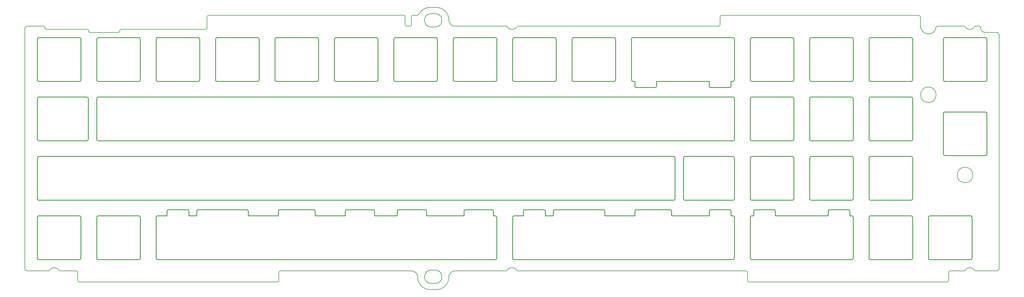
<source format=gm1>
G04 #@! TF.GenerationSoftware,KiCad,Pcbnew,8.0.4-1.fc39*
G04 #@! TF.CreationDate,2024-09-17T18:34:36-04:00*
G04 #@! TF.ProjectId,Q9-Chimera-Plate,51392d43-6869-46d6-9572-612d506c6174,rev?*
G04 #@! TF.SameCoordinates,Original*
G04 #@! TF.FileFunction,Profile,NP*
%FSLAX46Y46*%
G04 Gerber Fmt 4.6, Leading zero omitted, Abs format (unit mm)*
G04 Created by KiCad (PCBNEW 8.0.4-1.fc39) date 2024-09-17 18:34:36*
%MOMM*%
%LPD*%
G01*
G04 APERTURE LIST*
%ADD10C,0.250000*%
G04 #@! TA.AperFunction,Profile*
%ADD11C,0.250000*%
G04 #@! TD*
G04 #@! TA.AperFunction,Profile*
%ADD12C,0.200000*%
G04 #@! TD*
%ADD13C,0.200000*%
G04 APERTURE END LIST*
D10*
X285010826Y-92444424D02*
X284938439Y-92703692D01*
X284749155Y-92884076D01*
X284510826Y-92944424D01*
D11*
X264873862Y-117044437D02*
X264873862Y-115544437D01*
X214360570Y-59894432D02*
X227360570Y-59894432D01*
D12*
X63466826Y-56219437D02*
X58466826Y-56219437D01*
D11*
X176260834Y-131044437D02*
X100060830Y-131044437D01*
D12*
X139466826Y-134719437D02*
X181466828Y-134719437D01*
D11*
X276923843Y-73894432D02*
X276923844Y-75394432D01*
D12*
X180966826Y-56219437D02*
X179966826Y-56219437D01*
D11*
X176260834Y-131044437D02*
X208310834Y-131044437D01*
X150073852Y-115044437D02*
X139247852Y-115044044D01*
X61460575Y-111494437D02*
X61460575Y-98494437D01*
D12*
X138966826Y-137719437D02*
X138966826Y-135219437D01*
D13*
X195466826Y-56219424D02*
X195263090Y-56209048D01*
X195065068Y-56178603D01*
X194780989Y-56097552D01*
X194515532Y-55977114D01*
X194272157Y-55820751D01*
X194054326Y-55631924D01*
X193865498Y-55414092D01*
X193709135Y-55170717D01*
X193588697Y-54905260D01*
X193507646Y-54621181D01*
X193477201Y-54423159D01*
X193466826Y-54219424D01*
D10*
X283423844Y-75894432D02*
X283683112Y-75822045D01*
X283863496Y-75632761D01*
X283923844Y-75394432D01*
D13*
X347139907Y-58718251D02*
X346887208Y-58697287D01*
X346642942Y-58650762D01*
X346408195Y-58580103D01*
X346184053Y-58486740D01*
X345971601Y-58372100D01*
X345771926Y-58237614D01*
X345586114Y-58084711D01*
X345415250Y-57914818D01*
X345260421Y-57729364D01*
X345122713Y-57529780D01*
X345003211Y-57317493D01*
X344903002Y-57093933D01*
X344823172Y-56860527D01*
X344764806Y-56618706D01*
X344728990Y-56369899D01*
X344716812Y-56115533D01*
D10*
X94010567Y-59894432D02*
X94269835Y-59966818D01*
X94450219Y-60156102D01*
X94510567Y-60394432D01*
D13*
X185716826Y-54469437D02*
X185727201Y-54673172D01*
X185757646Y-54871194D01*
X185838697Y-55155273D01*
X185959135Y-55420730D01*
X186115498Y-55664105D01*
X186304326Y-55881937D01*
X186522157Y-56070764D01*
X186765532Y-56227127D01*
X187030989Y-56347565D01*
X187315068Y-56428616D01*
X187513090Y-56459061D01*
X187716826Y-56469437D01*
X189216826Y-134469424D02*
X189420561Y-134479799D01*
X189618583Y-134510244D01*
X189902662Y-134591295D01*
X190168119Y-134711733D01*
X190411494Y-134868096D01*
X190629326Y-135056924D01*
X190818153Y-135274755D01*
X190974516Y-135518130D01*
X191094954Y-135783587D01*
X191176005Y-136067666D01*
X191206450Y-136265688D01*
X191216826Y-136469424D01*
D10*
X260047844Y-73894433D02*
X260465006Y-73894432D01*
X260772984Y-73894432D01*
X261155125Y-73894432D01*
X261605248Y-73894432D01*
X262117173Y-73894432D01*
X262684719Y-73894432D01*
X263301706Y-73894432D01*
X263961955Y-73894432D01*
X264659285Y-73894432D01*
X265387515Y-73894432D01*
X266140467Y-73894432D01*
X266911959Y-73894432D01*
X267695811Y-73894432D01*
X268485843Y-73894432D01*
X269275876Y-73894432D01*
X270059728Y-73894432D01*
X270831220Y-73894432D01*
X271584171Y-73894432D01*
X272312402Y-73894432D01*
X273009732Y-73894432D01*
X273669980Y-73894432D01*
X274286968Y-73894432D01*
X274854514Y-73894432D01*
X275366438Y-73894432D01*
X275816561Y-73894432D01*
X276198702Y-73894432D01*
X276506681Y-73894432D01*
X276875431Y-73894432D01*
X276923843Y-73894432D01*
X365973080Y-73394432D02*
X365900693Y-73653700D01*
X365711409Y-73834084D01*
X365473080Y-73894432D01*
X61460826Y-79444437D02*
X61545523Y-79185168D01*
X61742499Y-79016823D01*
X61986045Y-78947018D01*
X62045862Y-78944437D01*
X328660580Y-92944432D02*
X328401311Y-92872045D01*
X328220927Y-92682761D01*
X328160580Y-92444432D01*
D12*
X358579502Y-56219440D02*
X350173981Y-56219450D01*
D11*
X243410736Y-117044043D02*
X253047723Y-117044437D01*
D10*
X309610575Y-73894432D02*
X309351306Y-73822045D01*
X309170922Y-73632761D01*
X309110575Y-73394432D01*
X156710575Y-60394432D02*
X156782961Y-60135163D01*
X156972245Y-59954779D01*
X157210575Y-59894432D01*
D11*
X160210575Y-115544044D02*
X160210575Y-117044043D01*
D10*
X94510567Y-73394432D02*
X94438180Y-73653700D01*
X94248896Y-73834084D01*
X94010567Y-73894432D01*
D11*
X157210575Y-59894432D02*
X170210575Y-59894432D01*
X169123852Y-115044044D02*
X160710575Y-115044044D01*
X341660580Y-131044442D02*
X328660580Y-131044442D01*
D12*
X193466826Y-54219424D02*
X193466826Y-54219420D01*
D10*
X328160580Y-60394432D02*
X328232966Y-60135163D01*
X328422250Y-59954779D01*
X328660580Y-59894432D01*
D11*
X113560569Y-60394432D02*
X113560569Y-73394432D01*
X150573852Y-117044437D02*
X150573852Y-115544437D01*
X365473080Y-97706932D02*
X352473080Y-97706932D01*
X61960575Y-97994437D02*
X265460575Y-97994437D01*
D10*
X361210560Y-130544442D02*
X361138173Y-130803710D01*
X360948889Y-130984094D01*
X360710560Y-131044442D01*
X309610555Y-111994432D02*
X309351286Y-111922045D01*
X309170902Y-111732761D01*
X309110555Y-111494432D01*
D13*
X361899012Y-56517557D02*
X361783126Y-56699323D01*
X361618029Y-56860553D01*
X361410027Y-56997044D01*
X361216973Y-57085597D01*
X361003727Y-57153472D01*
X360773519Y-57198516D01*
X360529578Y-57218577D01*
X360466826Y-57219437D01*
D10*
X74960572Y-59894432D02*
X75219840Y-59966818D01*
X75400224Y-60156102D01*
X75460572Y-60394432D01*
D12*
X289716826Y-138219437D02*
X353216826Y-138219437D01*
D11*
X284510701Y-117044437D02*
X283923720Y-117044437D01*
X304060570Y-79444432D02*
X304060570Y-92444432D01*
D10*
X75460834Y-130544437D02*
X75388447Y-130803705D01*
X75199163Y-130984089D01*
X74960834Y-131044437D01*
D11*
X226885744Y-115544044D02*
X226885743Y-117044044D01*
X309610570Y-78944432D02*
X322610570Y-78944432D01*
X352473080Y-83706932D02*
X365473080Y-83706932D01*
X175760570Y-73394432D02*
X175760570Y-60394432D01*
X322023580Y-117044044D02*
X322023580Y-115544044D01*
X304060555Y-98494432D02*
X304060555Y-111494432D01*
D12*
X68854151Y-134719437D02*
X73966828Y-134719437D01*
D13*
X368966826Y-134719437D02*
X369168360Y-134699120D01*
X369400367Y-134620826D01*
X369602918Y-134491085D01*
X369768161Y-134317753D01*
X369888241Y-134108682D01*
X369955303Y-133871727D01*
X369966826Y-133719437D01*
D10*
X208810834Y-117544437D02*
X208738447Y-117285168D01*
X208549163Y-117104784D01*
X208310834Y-117044437D01*
X80510829Y-117544437D02*
X80583215Y-117285168D01*
X80772499Y-117104784D01*
X81010829Y-117044437D01*
D13*
X212284591Y-56517507D02*
X212156466Y-56344455D01*
X211973724Y-56240813D01*
X211831220Y-56219437D01*
D11*
X160210575Y-117044043D02*
X150573852Y-117044437D01*
X322610570Y-92944432D02*
X309610570Y-92944432D01*
D12*
X354216826Y-134719437D02*
X358579503Y-134719435D01*
D10*
X268629819Y-98494432D02*
X268714516Y-98235163D01*
X268911492Y-98066818D01*
X269155038Y-97997013D01*
X269214855Y-97994432D01*
X283923721Y-115544437D02*
X283851334Y-115285168D01*
X283662050Y-115104784D01*
X283423721Y-115044437D01*
D12*
X363966826Y-56719439D02*
X363966826Y-56719437D01*
D10*
X290060570Y-60394432D02*
X290132956Y-60135163D01*
X290322240Y-59954779D01*
X290560570Y-59894432D01*
X309110575Y-60394432D02*
X309182961Y-60135163D01*
X309372245Y-59954779D01*
X309610575Y-59894432D01*
D11*
X94010829Y-131044437D02*
X81010829Y-131044437D01*
D10*
X290560570Y-73894432D02*
X290301301Y-73822045D01*
X290120917Y-73632761D01*
X290060570Y-73394432D01*
X208310834Y-131044437D02*
X208570102Y-130972050D01*
X208750486Y-130782766D01*
X208810834Y-130544437D01*
D11*
X360710560Y-131044442D02*
X347710560Y-131044442D01*
X284510826Y-92944424D02*
X81010826Y-92944424D01*
D10*
X342160565Y-111494432D02*
X342088178Y-111753700D01*
X341898894Y-111934084D01*
X341660565Y-111994432D01*
X342160580Y-73394432D02*
X342088193Y-73653700D01*
X341898909Y-73834084D01*
X341660580Y-73894432D01*
D11*
X341660580Y-92944432D02*
X328660580Y-92944432D01*
D10*
X284510824Y-73894432D02*
X284770092Y-73822045D01*
X284950476Y-73632761D01*
X285010824Y-73394432D01*
D11*
X285010819Y-98494432D02*
X285010819Y-111494432D01*
D10*
X81010826Y-92944424D02*
X80751557Y-92872037D01*
X80571173Y-92682753D01*
X80510826Y-92444424D01*
D12*
X87966826Y-57719437D02*
X87966826Y-57719438D01*
D10*
X347210560Y-117544442D02*
X347282946Y-117285173D01*
X347472230Y-117104789D01*
X347710560Y-117044442D01*
X351973080Y-84206932D02*
X352045466Y-83947663D01*
X352234750Y-83767279D01*
X352473080Y-83706932D01*
D12*
X344104454Y-52719437D02*
X281079199Y-52719437D01*
D10*
X160710575Y-115044044D02*
X160451306Y-115116430D01*
X160270922Y-115305714D01*
X160210575Y-115544044D01*
X309110570Y-79444432D02*
X309182956Y-79185163D01*
X309372240Y-79004779D01*
X309610570Y-78944432D01*
D11*
X246910580Y-60394432D02*
X246910580Y-73394432D01*
X260047844Y-75394432D02*
X260047844Y-73894433D01*
D13*
X181466828Y-134719437D02*
X181670563Y-134729812D01*
X181868585Y-134760257D01*
X182152664Y-134841308D01*
X182418121Y-134961746D01*
X182661495Y-135118109D01*
X182879326Y-135306936D01*
X183068153Y-135524768D01*
X183224516Y-135768142D01*
X183344954Y-136033599D01*
X183426005Y-136317677D01*
X183456450Y-136515700D01*
X183466826Y-136719435D01*
D12*
X179466826Y-55719437D02*
X179466826Y-53219437D01*
D13*
X281079199Y-52719437D02*
X280869205Y-52756752D01*
X280690253Y-52859725D01*
X280555806Y-53014893D01*
X280479324Y-53208797D01*
X280466826Y-53331810D01*
D10*
X322610575Y-59894432D02*
X322869843Y-59966818D01*
X323050227Y-60156102D01*
X323110575Y-60394432D01*
X99560569Y-60394432D02*
X99632955Y-60135163D01*
X99822239Y-59954779D01*
X100060569Y-59894432D01*
X61960834Y-131044437D02*
X61701565Y-130972050D01*
X61521181Y-130782766D01*
X61460834Y-130544437D01*
X251960824Y-73394432D02*
X252033210Y-73653700D01*
X252222494Y-73834084D01*
X252460824Y-73894432D01*
D12*
X279854454Y-56219437D02*
X215604152Y-56219439D01*
X191216826Y-136469424D02*
X191216826Y-136719424D01*
D11*
X284510824Y-59894432D02*
X252460824Y-59894432D01*
X276923721Y-115544437D02*
X276923720Y-117044437D01*
X283923844Y-75394432D02*
X283923844Y-73894432D01*
D13*
X193466826Y-54219420D02*
X193461595Y-54014384D01*
X193446074Y-53811949D01*
X193420518Y-53612371D01*
X193340330Y-53222808D01*
X193223082Y-52847747D01*
X193070824Y-52489239D01*
X192885607Y-52149335D01*
X192669481Y-51830085D01*
X192424499Y-51533540D01*
X192152709Y-51261750D01*
X191856164Y-51016768D01*
X191536914Y-50800642D01*
X191197010Y-50615425D01*
X190838502Y-50463167D01*
X190463441Y-50345919D01*
X190073878Y-50265731D01*
X189874300Y-50240175D01*
X189671865Y-50224654D01*
X189466830Y-50219424D01*
D11*
X242910736Y-115044044D02*
X227385744Y-115044044D01*
X309610555Y-97994432D02*
X322610555Y-97994432D01*
X285010826Y-79444424D02*
X285010826Y-92444424D01*
D13*
X213716826Y-133719437D02*
X213963704Y-133732916D01*
X214197657Y-133771920D01*
X214415454Y-133834294D01*
X214613865Y-133917885D01*
X214789661Y-134020541D01*
X214972682Y-134172389D01*
X215109011Y-134346456D01*
X215149057Y-134421362D01*
D11*
X156710575Y-73394432D02*
X156710575Y-60394432D01*
D10*
X298147580Y-115544044D02*
X298075193Y-115284775D01*
X297885909Y-115104391D01*
X297647580Y-115044044D01*
D11*
X341660565Y-111994432D02*
X328660565Y-111994432D01*
X328660580Y-117044442D02*
X341660580Y-117044442D01*
D13*
X181466826Y-55719437D02*
X181417325Y-55935709D01*
X181284398Y-56104892D01*
X181091402Y-56203625D01*
X180966826Y-56219437D01*
D11*
X99560830Y-130544437D02*
X99560830Y-117544437D01*
X290560555Y-97994432D02*
X303560555Y-97994432D01*
D10*
X94510829Y-130544437D02*
X94438442Y-130803705D01*
X94249158Y-130984089D01*
X94010829Y-131044437D01*
D11*
X298147580Y-117044043D02*
X298147580Y-115544044D01*
D10*
X61960575Y-111994437D02*
X61701306Y-111922050D01*
X61520922Y-111732766D01*
X61460575Y-111494437D01*
X214360570Y-73894432D02*
X214101301Y-73822045D01*
X213920917Y-73632761D01*
X213860570Y-73394432D01*
D11*
X75460572Y-60394432D02*
X75460572Y-73394432D01*
D10*
X365473080Y-83706932D02*
X365732348Y-83779318D01*
X365912732Y-83968602D01*
X365973080Y-84206932D01*
D13*
X138466826Y-138219437D02*
X138683098Y-138169936D01*
X138852281Y-138037009D01*
X138951014Y-137844013D01*
X138966826Y-137719437D01*
D10*
X189260570Y-59894432D02*
X189519838Y-59966818D01*
X189700222Y-60156102D01*
X189760570Y-60394432D01*
D11*
X323110575Y-60394432D02*
X323110575Y-73394432D01*
X80510567Y-73394432D02*
X80510567Y-60394432D01*
X328660565Y-97994432D02*
X341660565Y-97994432D01*
D10*
X322610555Y-97994432D02*
X322869823Y-98066818D01*
X323050207Y-98256102D01*
X323110555Y-98494432D01*
X227360570Y-59894432D02*
X227619838Y-59966818D01*
X227800222Y-60156102D01*
X227860570Y-60394432D01*
X246410580Y-59894432D02*
X246669848Y-59966818D01*
X246850232Y-60156102D01*
X246910580Y-60394432D01*
D11*
X352473080Y-59894432D02*
X365473080Y-59894432D01*
D13*
X211829502Y-134719437D02*
X212038324Y-134672370D01*
X212205941Y-134543531D01*
X212284591Y-134421368D01*
D10*
X113060569Y-59894432D02*
X113319837Y-59966818D01*
X113500221Y-60156102D01*
X113560569Y-60394432D01*
D11*
X283923844Y-73894432D02*
X284510824Y-73894432D01*
D10*
X259547844Y-75894432D02*
X259807112Y-75822045D01*
X259987496Y-75632761D01*
X260047844Y-75394432D01*
D11*
X323110555Y-98494432D02*
X323110555Y-111494432D01*
D10*
X170710575Y-73394432D02*
X170638188Y-73653700D01*
X170448904Y-73834084D01*
X170210575Y-73894432D01*
D13*
X138966826Y-135219437D02*
X139016326Y-135003164D01*
X139149253Y-134833981D01*
X139342249Y-134735248D01*
X139466826Y-134719437D01*
D10*
X151160565Y-59894432D02*
X151419833Y-59966818D01*
X151600217Y-60156102D01*
X151660565Y-60394432D01*
D12*
X115966826Y-56719437D02*
X115966826Y-56719438D01*
D10*
X290060570Y-79444432D02*
X290132956Y-79185163D01*
X290322240Y-79004779D01*
X290560570Y-78944432D01*
D11*
X103060848Y-115544044D02*
X103060847Y-117044044D01*
X232910580Y-73394432D02*
X232910580Y-60394432D01*
D13*
X215604152Y-56219439D02*
X215395313Y-56266512D01*
X215227685Y-56395365D01*
X215149029Y-56517540D01*
D11*
X217860832Y-115044437D02*
X223860832Y-115044437D01*
D10*
X94010829Y-117044437D02*
X94270097Y-117116823D01*
X94450481Y-117306107D01*
X94510829Y-117544437D01*
X213860570Y-60394432D02*
X213932956Y-60135163D01*
X214122240Y-59954779D01*
X214360570Y-59894432D01*
D11*
X351973080Y-97206932D02*
X351973080Y-84206932D01*
D13*
X57466826Y-133719437D02*
X57487142Y-133920971D01*
X57565436Y-134152978D01*
X57695177Y-134355529D01*
X57868510Y-134520772D01*
X58077581Y-134640852D01*
X58314536Y-134707914D01*
X58466826Y-134719437D01*
D11*
X213860832Y-130544437D02*
X213860832Y-117544437D01*
D10*
X208310570Y-59894432D02*
X208569838Y-59966818D01*
X208750222Y-60156102D01*
X208810570Y-60394432D01*
X284425784Y-97994432D02*
X284679420Y-98043737D01*
X284894593Y-98195274D01*
X285007798Y-98443309D01*
X285010819Y-98494432D01*
D12*
X280466826Y-53331810D02*
X280466826Y-55607065D01*
X369966826Y-133719437D02*
X369966826Y-59219437D01*
D13*
X187716826Y-52219437D02*
X187513090Y-52229812D01*
X187315068Y-52260257D01*
X187030989Y-52341308D01*
X186765532Y-52461746D01*
X186522157Y-52618109D01*
X186304326Y-52806937D01*
X186115498Y-53024768D01*
X185959135Y-53268143D01*
X185838697Y-53533600D01*
X185757646Y-53817679D01*
X185727201Y-54015701D01*
X185716826Y-54219437D01*
D11*
X214360832Y-117044437D02*
X217360832Y-117044437D01*
X341660580Y-73894432D02*
X328660580Y-73894432D01*
D10*
X341660580Y-78944432D02*
X341919848Y-79016818D01*
X342100232Y-79206102D01*
X342160580Y-79444432D01*
X304060570Y-92444432D02*
X303988183Y-92703700D01*
X303798899Y-92884084D01*
X303560570Y-92944432D01*
D13*
X65534608Y-134421351D02*
X65650494Y-134239577D01*
X65815594Y-134078339D01*
X66023600Y-133941842D01*
X66216659Y-133853284D01*
X66429910Y-133785405D01*
X66660124Y-133740358D01*
X66904071Y-133720296D01*
X66966826Y-133719437D01*
X63966826Y-56719437D02*
X63917325Y-56503164D01*
X63784398Y-56333981D01*
X63591402Y-56235248D01*
X63466826Y-56219437D01*
D10*
X186260834Y-115544437D02*
X186188447Y-115285168D01*
X185999163Y-115104784D01*
X185760834Y-115044437D01*
D11*
X74960834Y-131044437D02*
X61960834Y-131044437D01*
D13*
X65079502Y-134719437D02*
X65288332Y-134672366D01*
X65455955Y-134543520D01*
X65534608Y-134421351D01*
D10*
X61960572Y-73894432D02*
X61701303Y-73822045D01*
X61520919Y-73632761D01*
X61460572Y-73394432D01*
D11*
X309110570Y-92444432D02*
X309110570Y-79444432D01*
D10*
X75460572Y-73394432D02*
X75388185Y-73653700D01*
X75198901Y-73834084D01*
X74960572Y-73894432D01*
X150573852Y-115544437D02*
X150501465Y-115285168D01*
X150312181Y-115104784D01*
X150073852Y-115044437D01*
D12*
X74466826Y-135219436D02*
X74466826Y-137719437D01*
X115966826Y-53219437D02*
X115966826Y-56719437D01*
D10*
X290560555Y-111994432D02*
X290301286Y-111922045D01*
X290120902Y-111732761D01*
X290060555Y-111494432D01*
X253547721Y-115044437D02*
X253288452Y-115116823D01*
X253108068Y-115306107D01*
X253047721Y-115544437D01*
D12*
X185716826Y-136719424D02*
X185716826Y-136469424D01*
D11*
X224360832Y-115544437D02*
X224360832Y-117044437D01*
X290060555Y-111494432D02*
X290060555Y-98494432D01*
D13*
X215149029Y-56517540D02*
X215033143Y-56699310D01*
X214868044Y-56860544D01*
X214660040Y-56997038D01*
X214466984Y-57085593D01*
X214253735Y-57153470D01*
X214023524Y-57198516D01*
X213779579Y-57218577D01*
X213716826Y-57219437D01*
D11*
X224360832Y-117044437D02*
X226885743Y-117044044D01*
X151660565Y-60394432D02*
X151660565Y-73394432D01*
D10*
X323110560Y-117544044D02*
X323038173Y-117284775D01*
X322848889Y-117104391D01*
X322610560Y-117044044D01*
D13*
X365466824Y-58219437D02*
X365239180Y-58202071D01*
X365022043Y-58151706D01*
X364818007Y-58070936D01*
X364629667Y-57962357D01*
X364459619Y-57828564D01*
X364310459Y-57672153D01*
X364184783Y-57495720D01*
X364085185Y-57301860D01*
X364014261Y-57093168D01*
X363974607Y-56872240D01*
X363966826Y-56719439D01*
D10*
X365973080Y-97206932D02*
X365900693Y-97466200D01*
X365711409Y-97646584D01*
X365473080Y-97706932D01*
X61460834Y-117544437D02*
X61533220Y-117285168D01*
X61722504Y-117104784D01*
X61960834Y-117044437D01*
X177347854Y-115044437D02*
X177088585Y-115116823D01*
X176908201Y-115306107D01*
X176847854Y-115544437D01*
D13*
X187716826Y-138719424D02*
X187513090Y-138709048D01*
X187315068Y-138678603D01*
X187030989Y-138597552D01*
X186765532Y-138477114D01*
X186522157Y-138320751D01*
X186304326Y-138131924D01*
X186115498Y-137914092D01*
X185959135Y-137670717D01*
X185838697Y-137405260D01*
X185757646Y-137121181D01*
X185727201Y-136923159D01*
X185716826Y-136719424D01*
D10*
X175760570Y-60394432D02*
X175832956Y-60135163D01*
X176022240Y-59954779D01*
X176260570Y-59894432D01*
D11*
X253547844Y-75894432D02*
X259547844Y-75894432D01*
X170210575Y-73894432D02*
X157210575Y-73894432D01*
D13*
X189216826Y-56469437D02*
X189420561Y-56459061D01*
X189618583Y-56428616D01*
X189902662Y-56347565D01*
X190168119Y-56227127D01*
X190411494Y-56070764D01*
X190629326Y-55881937D01*
X190818153Y-55664105D01*
X190974516Y-55420730D01*
X191094954Y-55155273D01*
X191176005Y-54871194D01*
X191206450Y-54673172D01*
X191216826Y-54469437D01*
D11*
X290060570Y-92444432D02*
X290060570Y-79444432D01*
D13*
X280466826Y-55607065D02*
X280429510Y-55817058D01*
X280326538Y-55996009D01*
X280171369Y-56130456D01*
X279977466Y-56206938D01*
X279854454Y-56219437D01*
D10*
X322023580Y-115544044D02*
X321951193Y-115284775D01*
X321761909Y-115104391D01*
X321523580Y-115044044D01*
D13*
X360466826Y-133719437D02*
X360713694Y-133732915D01*
X360947637Y-133771915D01*
X361165425Y-133834284D01*
X361363829Y-133917869D01*
X361539618Y-134020517D01*
X361722634Y-134172355D01*
X361858961Y-134346411D01*
X361899006Y-134421313D01*
D11*
X61960834Y-117044437D02*
X74960834Y-117044437D01*
D13*
X88466825Y-57219437D02*
X88250552Y-57268937D01*
X88081370Y-57401864D01*
X87982637Y-57594860D01*
X87966826Y-57719437D01*
D10*
X232910580Y-60394432D02*
X232982966Y-60135163D01*
X233172250Y-59954779D01*
X233410580Y-59894432D01*
X227385744Y-115044044D02*
X227126475Y-115116430D01*
X226946091Y-115305714D01*
X226885744Y-115544044D01*
X227860570Y-73394432D02*
X227788183Y-73653700D01*
X227598899Y-73834084D01*
X227360570Y-73894432D01*
X285010819Y-111494432D02*
X284926121Y-111753700D01*
X284729145Y-111922045D01*
X284485600Y-111991850D01*
X284425784Y-111994432D01*
X74960834Y-117044437D02*
X75220102Y-117116823D01*
X75400486Y-117306107D01*
X75460834Y-117544437D01*
D11*
X365473080Y-73894432D02*
X352473080Y-73894432D01*
D12*
X183429441Y-52719106D02*
X181966717Y-52719435D01*
D10*
X328660565Y-111994432D02*
X328401296Y-111922045D01*
X328220912Y-111732761D01*
X328160565Y-111494432D01*
X128610832Y-115044044D02*
X128870100Y-115116430D01*
X129050484Y-115305714D01*
X129110832Y-115544044D01*
D13*
X369966826Y-59219437D02*
X369946415Y-59018558D01*
X369867825Y-58786891D01*
X369737736Y-58584292D01*
X369564160Y-58418773D01*
X369355107Y-58298343D01*
X369118588Y-58231013D01*
X368966826Y-58219437D01*
D11*
X109560848Y-115044044D02*
X103560848Y-115044044D01*
D12*
X183466826Y-136719435D02*
X183466826Y-136719441D01*
D11*
X342160565Y-98494432D02*
X342160565Y-111494432D01*
D10*
X253047844Y-75394432D02*
X253120230Y-75653700D01*
X253309514Y-75834084D01*
X253547844Y-75894432D01*
D11*
X61460834Y-130544437D02*
X61460834Y-117544437D01*
X246410580Y-73894432D02*
X233410580Y-73894432D01*
X189260570Y-73894432D02*
X176260570Y-73894432D01*
X129110832Y-117044435D02*
X138160832Y-117044044D01*
X176260570Y-59894432D02*
X189260570Y-59894432D01*
D13*
X187466822Y-50219424D02*
X187175748Y-50229984D01*
X186890162Y-50261174D01*
X186610803Y-50312253D01*
X186338411Y-50382482D01*
X186073724Y-50471123D01*
X185817482Y-50577436D01*
X185570425Y-50700681D01*
X185333292Y-50840120D01*
X185106822Y-50995014D01*
X184891755Y-51164622D01*
X184688829Y-51348207D01*
X184498784Y-51545028D01*
X184322360Y-51754347D01*
X184160296Y-51975424D01*
X184013331Y-52207521D01*
X183882205Y-52449898D01*
X181966717Y-52719435D02*
X181750491Y-52768972D01*
X181581345Y-52901909D01*
X181482634Y-53094884D01*
X181466826Y-53219437D01*
D12*
X353716826Y-137719437D02*
X353716826Y-135219437D01*
D11*
X100060569Y-59894432D02*
X113060569Y-59894432D01*
D10*
X309110555Y-98494432D02*
X309182941Y-98235163D01*
X309372225Y-98054779D01*
X309610555Y-97994432D01*
X290060555Y-98494432D02*
X290132941Y-98235163D01*
X290322225Y-98054779D01*
X290560555Y-97994432D01*
D12*
X187716826Y-134469424D02*
X189216826Y-134469424D01*
D11*
X322610575Y-73894432D02*
X309610575Y-73894432D01*
D10*
X269214855Y-111994432D02*
X268961217Y-111945126D01*
X268746045Y-111793590D01*
X268632839Y-111545554D01*
X268629819Y-111494432D01*
D13*
X115966826Y-56719438D02*
X115917325Y-56935710D01*
X115784398Y-57104892D01*
X115591402Y-57203625D01*
X115466826Y-57219437D01*
D12*
X87466826Y-58219437D02*
X78466825Y-58219437D01*
D13*
X288716826Y-134719437D02*
X288933098Y-134768937D01*
X289102281Y-134901865D01*
X289201014Y-135094861D01*
X289216826Y-135219438D01*
D10*
X276923844Y-75394432D02*
X276996230Y-75653700D01*
X277185514Y-75834084D01*
X277423844Y-75894432D01*
D11*
X342160580Y-79444432D02*
X342160580Y-92444432D01*
D12*
X363466827Y-56219438D02*
X362354151Y-56219439D01*
D11*
X290060570Y-73394432D02*
X290060570Y-60394432D01*
X198310767Y-117044044D02*
X186260834Y-117044437D01*
D10*
X103560848Y-115044044D02*
X103301579Y-115116430D01*
X103121195Y-115305714D01*
X103060848Y-115544044D01*
X252460824Y-59894432D02*
X252201555Y-59966818D01*
X252021171Y-60156102D01*
X251960824Y-60394432D01*
D11*
X120197852Y-115044437D02*
X128610832Y-115044044D01*
X120197852Y-115044437D02*
X113085840Y-115044044D01*
D10*
X118610570Y-60394432D02*
X118682956Y-60135163D01*
X118872240Y-59954779D01*
X119110570Y-59894432D01*
X170210575Y-59894432D02*
X170469843Y-59966818D01*
X170650227Y-60156102D01*
X170710575Y-60394432D01*
X246910580Y-73394432D02*
X246838193Y-73653700D01*
X246648909Y-73834084D01*
X246410580Y-73894432D01*
X323110575Y-73394432D02*
X323038188Y-73653700D01*
X322848904Y-73834084D01*
X322610575Y-73894432D01*
X291647580Y-115044044D02*
X291388311Y-115116430D01*
X291207927Y-115305714D01*
X291147580Y-115544044D01*
D13*
X193466826Y-136719437D02*
X193477201Y-136515701D01*
X193507646Y-136317679D01*
X193588697Y-136033600D01*
X193709135Y-135768143D01*
X193865498Y-135524768D01*
X194054326Y-135306937D01*
X194272157Y-135118109D01*
X194515532Y-134961746D01*
X194780989Y-134841308D01*
X195065068Y-134760257D01*
X195263090Y-134729812D01*
X195466826Y-134719437D01*
D11*
X323110570Y-79444432D02*
X323110570Y-92444432D01*
X176847856Y-117044437D02*
X176260834Y-117044437D01*
D10*
X208810570Y-73394432D02*
X208738183Y-73653700D01*
X208548899Y-73834084D01*
X208310570Y-73894432D01*
X61460575Y-98494437D02*
X61532961Y-98235168D01*
X61722245Y-98054784D01*
X61960575Y-97994437D01*
D13*
X179466826Y-53219437D02*
X179417325Y-53003164D01*
X179284398Y-52833981D01*
X179091402Y-52735248D01*
X178966826Y-52719437D01*
D11*
X351973080Y-73394432D02*
X351973080Y-60394432D01*
X290060560Y-117544044D02*
X290060560Y-130544044D01*
D12*
X349716826Y-78219437D02*
G75*
G02*
X344716826Y-78219437I-2500000J0D01*
G01*
X344716826Y-78219437D02*
G75*
G02*
X349716826Y-78219437I2500000J0D01*
G01*
D10*
X80510567Y-60394432D02*
X80582953Y-60135163D01*
X80772237Y-59954779D01*
X81010567Y-59894432D01*
X157210575Y-73894432D02*
X156951306Y-73822045D01*
X156770922Y-73632761D01*
X156710575Y-73394432D01*
X151660565Y-73394432D02*
X151588178Y-73653700D01*
X151398894Y-73834084D01*
X151160565Y-73894432D01*
X341660565Y-97994432D02*
X341919833Y-98066818D01*
X342100217Y-98256102D01*
X342160565Y-98494432D01*
X223860832Y-115044437D02*
X224120100Y-115116823D01*
X224300484Y-115306107D01*
X224360832Y-115544437D01*
D11*
X304060570Y-60394432D02*
X304060570Y-73394432D01*
D13*
X87966826Y-57719438D02*
X87917325Y-57935710D01*
X87784398Y-58104892D01*
X87591402Y-58203625D01*
X87466826Y-58219437D01*
D10*
X100060569Y-73894432D02*
X99801300Y-73822045D01*
X99620916Y-73632761D01*
X99560569Y-73394432D01*
D11*
X309110555Y-111494432D02*
X309110555Y-98494432D01*
X322610555Y-111994432D02*
X309610555Y-111994432D01*
D10*
X322610570Y-78944432D02*
X322869838Y-79016818D01*
X323050222Y-79206102D01*
X323110570Y-79444432D01*
X100060830Y-131044437D02*
X99801561Y-130972050D01*
X99621177Y-130782766D01*
X99560830Y-130544437D01*
D13*
X78466825Y-58219437D02*
X78250552Y-58169936D01*
X78081370Y-58037009D01*
X77982637Y-57844014D01*
X77966826Y-57719438D01*
D11*
X233410580Y-59894432D02*
X246410580Y-59894432D01*
D10*
X139247852Y-115044044D02*
X138988583Y-115116430D01*
X138808199Y-115305714D01*
X138747852Y-115544044D01*
D11*
X137660565Y-73394432D02*
X137660565Y-60394432D01*
D10*
X322610560Y-131044044D02*
X322869828Y-130971657D01*
X323050212Y-130782373D01*
X323110560Y-130544044D01*
X341660580Y-59894432D02*
X341919848Y-59966818D01*
X342100232Y-60156102D01*
X342160580Y-60394432D01*
D11*
X276923720Y-117044437D02*
X264873862Y-117044437D01*
D10*
X243410736Y-115544044D02*
X243338349Y-115284775D01*
X243149065Y-115104391D01*
X242910736Y-115044044D01*
D11*
X61460826Y-92444437D02*
X61460826Y-79444437D01*
X309110575Y-73394432D02*
X309110575Y-60394432D01*
D12*
X189216826Y-138719424D02*
X187716826Y-138719424D01*
D10*
X351973080Y-60394432D02*
X352045466Y-60135163D01*
X352234750Y-59954779D01*
X352473080Y-59894432D01*
D11*
X208810834Y-130544437D02*
X208810834Y-117544437D01*
X283423721Y-115044437D02*
X277423721Y-115044437D01*
X328160580Y-92444432D02*
X328160580Y-79444432D01*
X110060847Y-117044044D02*
X112585839Y-117044044D01*
D12*
X195466826Y-134719437D02*
X211829502Y-134719437D01*
D11*
X252460824Y-73894432D02*
X253047846Y-73894432D01*
X207223854Y-115044437D02*
X198810768Y-115044044D01*
X322610560Y-117044044D02*
X322023580Y-117044044D01*
X77841826Y-79444437D02*
X77841826Y-92444437D01*
D10*
X284510701Y-131044437D02*
X284769969Y-130972050D01*
X284950353Y-130782766D01*
X285010701Y-130544437D01*
X328160580Y-79444432D02*
X328232966Y-79185163D01*
X328422250Y-79004779D01*
X328660580Y-78944432D01*
X360710560Y-117044442D02*
X360969828Y-117116828D01*
X361150212Y-117306112D01*
X361210560Y-117544442D01*
X195310570Y-73894432D02*
X195051301Y-73822045D01*
X194870917Y-73632761D01*
X194810570Y-73394432D01*
D13*
X179966826Y-56219437D02*
X179750553Y-56169936D01*
X179581370Y-56037009D01*
X179482637Y-55844013D01*
X179466826Y-55719437D01*
D10*
X323110555Y-111494432D02*
X323038168Y-111753700D01*
X322848884Y-111934084D01*
X322610555Y-111994432D01*
D11*
X62045862Y-78944437D02*
X77256791Y-78944437D01*
D12*
X368966826Y-58219437D02*
X365466824Y-58219437D01*
D11*
X207723854Y-117044437D02*
X207723854Y-115544437D01*
D13*
X361899006Y-134421313D02*
X362027691Y-134594391D01*
X362211359Y-134698053D01*
X362354151Y-134719435D01*
D11*
X328660580Y-78944432D02*
X341660580Y-78944432D01*
D10*
X113560569Y-73394432D02*
X113488182Y-73653700D01*
X113298898Y-73834084D01*
X113060569Y-73894432D01*
D11*
X170710575Y-60394432D02*
X170710575Y-73394432D01*
D12*
X193466826Y-136719443D02*
X193466826Y-136719437D01*
D11*
X75460834Y-117544437D02*
X75460834Y-130544437D01*
D10*
X110060848Y-115544044D02*
X109988461Y-115284775D01*
X109799177Y-115104391D01*
X109560848Y-115044044D01*
X285010824Y-60394432D02*
X284938437Y-60135163D01*
X284749153Y-59954779D01*
X284510824Y-59894432D01*
D11*
X118610570Y-73394432D02*
X118610570Y-60394432D01*
D12*
X187466822Y-140719437D02*
X189466833Y-140719437D01*
D11*
X185760834Y-115044437D02*
X177347854Y-115044437D01*
X268629819Y-111494432D02*
X268629819Y-98494432D01*
X365973080Y-84206932D02*
X365973080Y-97206932D01*
X151160565Y-73894432D02*
X138160565Y-73894432D01*
X315023580Y-115544044D02*
X315023580Y-117044044D01*
D10*
X303560570Y-78944432D02*
X303819838Y-79016818D01*
X304000222Y-79206102D01*
X304060570Y-79444432D01*
X265960575Y-111494437D02*
X265888188Y-111753705D01*
X265698904Y-111934089D01*
X265460575Y-111994437D01*
X214360832Y-131044437D02*
X214101563Y-130972050D01*
X213921179Y-130782766D01*
X213860832Y-130544437D01*
X253047721Y-115544437D02*
X253047721Y-115833652D01*
X253047721Y-116085971D01*
X253047721Y-116364657D01*
X253047721Y-116634555D01*
X253047722Y-116906009D01*
X253047723Y-117044437D01*
D11*
X277423844Y-75894432D02*
X283423844Y-75894432D01*
D10*
X198810768Y-115044044D02*
X198551499Y-115116430D01*
X198371115Y-115305714D01*
X198310768Y-115544044D01*
D13*
X116466826Y-52719437D02*
X116250553Y-52768937D01*
X116081371Y-52901864D01*
X115982638Y-53094860D01*
X115966826Y-53219437D01*
D10*
X284510826Y-78944424D02*
X284770094Y-79016810D01*
X284950478Y-79206094D01*
X285010826Y-79444424D01*
D11*
X315023580Y-117044044D02*
X298147580Y-117044043D01*
X283923720Y-117044437D02*
X283923721Y-115544437D01*
D13*
X211831220Y-56219437D02*
X211563897Y-56219436D01*
X211234659Y-56219436D01*
X210848123Y-56219436D01*
X210408906Y-56219436D01*
X209921625Y-56219436D01*
X209390896Y-56219436D01*
X208821337Y-56219436D01*
X208217564Y-56219436D01*
X207584194Y-56219436D01*
X206925845Y-56219436D01*
X206247132Y-56219436D01*
X205552674Y-56219436D01*
X204847086Y-56219435D01*
X204134986Y-56219435D01*
X203420991Y-56219435D01*
X202709717Y-56219435D01*
X202005781Y-56219434D01*
X201313801Y-56219434D01*
X200638392Y-56219433D01*
X199984173Y-56219433D01*
X199355759Y-56219432D01*
X198757769Y-56219432D01*
X198194817Y-56219431D01*
X197671523Y-56219431D01*
X197192501Y-56219430D01*
X196762370Y-56219429D01*
X196385747Y-56219428D01*
X196067247Y-56219428D01*
X195811488Y-56219427D01*
X195506660Y-56219425D01*
X195466826Y-56219424D01*
D10*
X137660565Y-60394432D02*
X137732951Y-60135163D01*
X137922235Y-59954779D01*
X138160565Y-59894432D01*
D11*
X265460575Y-111994437D02*
X61960575Y-111994437D01*
X100060830Y-117044437D02*
X103060847Y-117044044D01*
X243410736Y-117044043D02*
X243410736Y-115544044D01*
D13*
X189466833Y-140719437D02*
X189671868Y-140714206D01*
X189874302Y-140698685D01*
X190073881Y-140673129D01*
X190463443Y-140592941D01*
X190838504Y-140475693D01*
X191197011Y-140323435D01*
X191536916Y-140138218D01*
X191856166Y-139922093D01*
X192152711Y-139677110D01*
X192424500Y-139405321D01*
X192669482Y-139108776D01*
X192885607Y-138789526D01*
X193070824Y-138449622D01*
X193223082Y-138091114D01*
X193340331Y-137716054D01*
X193420518Y-137326491D01*
X193446074Y-137126913D01*
X193461595Y-136924478D01*
X193466826Y-136719443D01*
D10*
X290560570Y-92944432D02*
X290301301Y-92872045D01*
X290120917Y-92682761D01*
X290060570Y-92444432D01*
X290560560Y-117044044D02*
X290301291Y-117116430D01*
X290120907Y-117305714D01*
X290060560Y-117544044D01*
D11*
X309610575Y-59894432D02*
X322610575Y-59894432D01*
D10*
X169623852Y-115544044D02*
X169551465Y-115284775D01*
X169362181Y-115104391D01*
X169123852Y-115044044D01*
X62045862Y-92944437D02*
X61792224Y-92895131D01*
X61577052Y-92743595D01*
X61463846Y-92495559D01*
X61460826Y-92444437D01*
D12*
X289216826Y-135219438D02*
X289216826Y-137719437D01*
D11*
X227360570Y-73894432D02*
X214360570Y-73894432D01*
D10*
X341660580Y-117044442D02*
X341919848Y-117116828D01*
X342100232Y-117306112D01*
X342160580Y-117544442D01*
D11*
X290560570Y-59894432D02*
X303560570Y-59894432D01*
X290560570Y-78944432D02*
X303560570Y-78944432D01*
D12*
X63966826Y-56719438D02*
X63966826Y-56719437D01*
D11*
X361210560Y-117544442D02*
X361210560Y-130544442D01*
D10*
X113085840Y-115044044D02*
X112826571Y-115116430D01*
X112646187Y-115305714D01*
X112585840Y-115544044D01*
D11*
X208310570Y-73894432D02*
X195310570Y-73894432D01*
D13*
X362354151Y-56219439D02*
X362145305Y-56266516D01*
X361977671Y-56395376D01*
X361899012Y-56517557D01*
X191216826Y-136719424D02*
X191206450Y-136923159D01*
X191176005Y-137121181D01*
X191094954Y-137405260D01*
X190974516Y-137670717D01*
X190818153Y-137914092D01*
X190629326Y-138131924D01*
X190411494Y-138320751D01*
X190168119Y-138477114D01*
X189902662Y-138597552D01*
X189618583Y-138678603D01*
X189420561Y-138709048D01*
X189216826Y-138719424D01*
D11*
X321523580Y-115044044D02*
X315523580Y-115044044D01*
D13*
X359034653Y-134421307D02*
X359150537Y-134239542D01*
X359315633Y-134078314D01*
X359523634Y-133941826D01*
X359716686Y-133853274D01*
X359929929Y-133785400D01*
X360160135Y-133740356D01*
X360404074Y-133720296D01*
X360466826Y-133719437D01*
D10*
X77256791Y-78944437D02*
X77510427Y-78993742D01*
X77725600Y-79145279D01*
X77838805Y-79393314D01*
X77841826Y-79444437D01*
D13*
X360466826Y-57219437D02*
X360219955Y-57205958D01*
X359986009Y-57166957D01*
X359768219Y-57104587D01*
X359569814Y-57021001D01*
X359394023Y-56918351D01*
X359211006Y-56766510D01*
X359074678Y-56592452D01*
X359034634Y-56517550D01*
D11*
X252460701Y-131044437D02*
X233410842Y-131044437D01*
X74960572Y-73894432D02*
X61960572Y-73894432D01*
D13*
X344716826Y-53612273D02*
X344704327Y-53396313D01*
X344656200Y-53170503D01*
X344557253Y-52962155D01*
X344395727Y-52801926D01*
X344197389Y-52726726D01*
X344104454Y-52719437D01*
D10*
X207723854Y-115544437D02*
X207651467Y-115285168D01*
X207462183Y-115104784D01*
X207223854Y-115044437D01*
D11*
X213860570Y-73394432D02*
X213860570Y-60394432D01*
D13*
X212284591Y-134421368D02*
X212400477Y-134239590D01*
X212565579Y-134078348D01*
X212773587Y-133941848D01*
X212966648Y-133853288D01*
X213179902Y-133785407D01*
X213410119Y-133740358D01*
X213654070Y-133720296D01*
X213716826Y-133719437D01*
X74466826Y-137719437D02*
X74516326Y-137935709D01*
X74649253Y-138104892D01*
X74842249Y-138203625D01*
X74966826Y-138219437D01*
D11*
X176847854Y-115544437D02*
X176847856Y-117044437D01*
X342160580Y-60394432D02*
X342160580Y-73394432D01*
X112585840Y-115544044D02*
X112585839Y-117044044D01*
X217360832Y-117044437D02*
X217360832Y-115544437D01*
D10*
X347710560Y-131044442D02*
X347451291Y-130972055D01*
X347270907Y-130782771D01*
X347210560Y-130544442D01*
D12*
X77466826Y-57219437D02*
X64466825Y-57219437D01*
D11*
X303560570Y-73894432D02*
X290560570Y-73894432D01*
D10*
X304060570Y-73394432D02*
X303988183Y-73653700D01*
X303798899Y-73834084D01*
X303560570Y-73894432D01*
D11*
X110060847Y-117044044D02*
X110060848Y-115544044D01*
X342160580Y-117544442D02*
X342160580Y-130544442D01*
D10*
X303560570Y-59894432D02*
X303819838Y-59966818D01*
X304000222Y-60156102D01*
X304060570Y-60394432D01*
D11*
X80510826Y-92444424D02*
X80510826Y-79444424D01*
D10*
X328160565Y-98494432D02*
X328232951Y-98235163D01*
X328422235Y-98054779D01*
X328660565Y-97994432D01*
D13*
X363966826Y-56719437D02*
X363917325Y-56503164D01*
X363784398Y-56333982D01*
X363591403Y-56235249D01*
X363466827Y-56219438D01*
D11*
X264373862Y-115044437D02*
X253547721Y-115044437D01*
X290560560Y-131044044D02*
X322610560Y-131044044D01*
X61460572Y-73394432D02*
X61460572Y-60394432D01*
X291147583Y-117044044D02*
X290560560Y-117044044D01*
X233410842Y-131044437D02*
X214360832Y-131044437D01*
D10*
X138160565Y-73894432D02*
X137901296Y-73822045D01*
X137720912Y-73632761D01*
X137660565Y-73394432D01*
D11*
X80510829Y-130544437D02*
X80510829Y-117544437D01*
X94510567Y-60394432D02*
X94510567Y-73394432D01*
D10*
X233410580Y-73894432D02*
X233151311Y-73822045D01*
X232970927Y-73632761D01*
X232910580Y-73394432D01*
D11*
X138747854Y-117044044D02*
X138160832Y-117044044D01*
D12*
X189466830Y-50219424D02*
X187466822Y-50219424D01*
D13*
X191216826Y-54219437D02*
X191206450Y-54015701D01*
X191176005Y-53817679D01*
X191094954Y-53533600D01*
X190974516Y-53268143D01*
X190818153Y-53024768D01*
X190629326Y-52806937D01*
X190411494Y-52618109D01*
X190168119Y-52461746D01*
X189902662Y-52341308D01*
X189618583Y-52260257D01*
X189420561Y-52229812D01*
X189216826Y-52219437D01*
D10*
X277423721Y-115044437D02*
X277164452Y-115116823D01*
X276984068Y-115306107D01*
X276923721Y-115544437D01*
D13*
X353216826Y-138219437D02*
X353433098Y-138169936D01*
X353602281Y-138037009D01*
X353701014Y-137844013D01*
X353716826Y-137719437D01*
D11*
X303560555Y-111994432D02*
X290560555Y-111994432D01*
X252460701Y-131044437D02*
X284510701Y-131044437D01*
D13*
X349679558Y-56651623D02*
X349630528Y-56872852D01*
X349562427Y-57086250D01*
X349476207Y-57290866D01*
X349372821Y-57485746D01*
X349253221Y-57669939D01*
X349118359Y-57842491D01*
X348969189Y-58002451D01*
X348806662Y-58148865D01*
X348631730Y-58280782D01*
X348445348Y-58397248D01*
X348248466Y-58497311D01*
X348042037Y-58580019D01*
X347827015Y-58644420D01*
X347604350Y-58689560D01*
X347374997Y-58714488D01*
X347139907Y-58718251D01*
D10*
X304060555Y-111494432D02*
X303988168Y-111753700D01*
X303798884Y-111934084D01*
X303560555Y-111994432D01*
D11*
X328160580Y-73394432D02*
X328160580Y-60394432D01*
D12*
X187716826Y-56469437D02*
X189216826Y-56469437D01*
D11*
X269214855Y-97994432D02*
X284425784Y-97994432D01*
D13*
X185716826Y-136469424D02*
X185727201Y-136265688D01*
X185757646Y-136067666D01*
X185838697Y-135783587D01*
X185959135Y-135518130D01*
X186115498Y-135274755D01*
X186304326Y-135056924D01*
X186522157Y-134868096D01*
X186765532Y-134711733D01*
X187030989Y-134591295D01*
X187315068Y-134510244D01*
X187513090Y-134479799D01*
X187716826Y-134469424D01*
X353716826Y-135219437D02*
X353766326Y-135003164D01*
X353899253Y-134833981D01*
X354092249Y-134735248D01*
X354216826Y-134719437D01*
D10*
X132110570Y-59894432D02*
X132369838Y-59966818D01*
X132550222Y-60156102D01*
X132610570Y-60394432D01*
D11*
X251960824Y-60394432D02*
X251960824Y-73394432D01*
D10*
X132610570Y-73394432D02*
X132538183Y-73653700D01*
X132348899Y-73834084D01*
X132110570Y-73894432D01*
D11*
X129110832Y-115544044D02*
X129110832Y-117044435D01*
X138160565Y-59894432D02*
X151160565Y-59894432D01*
X94010567Y-73894432D02*
X81010567Y-73894432D01*
D10*
X77841826Y-92444437D02*
X77757128Y-92703705D01*
X77560152Y-92872050D01*
X77316607Y-92941855D01*
X77256791Y-92944437D01*
D13*
X359034634Y-56517550D02*
X358905953Y-56344478D01*
X358722289Y-56240820D01*
X358579502Y-56219440D01*
D12*
X215604151Y-134719437D02*
X288716826Y-134719437D01*
D13*
X289216826Y-137719437D02*
X289266326Y-137935709D01*
X289399253Y-138104892D01*
X289592249Y-138203625D01*
X289716826Y-138219437D01*
D11*
X323110560Y-130544044D02*
X323110560Y-117544044D01*
X285010701Y-130544437D02*
X285010701Y-117544437D01*
X77256791Y-92944437D02*
X62045862Y-92944437D01*
D13*
X68399051Y-134421356D02*
X68527721Y-134594412D01*
X68711374Y-134698059D01*
X68854151Y-134719437D01*
D11*
X189760570Y-60394432D02*
X189760570Y-73394432D01*
D10*
X61460572Y-60394432D02*
X61532958Y-60135163D01*
X61722242Y-59954779D01*
X61960572Y-59894432D01*
D11*
X94510829Y-117544437D02*
X94510829Y-130544437D01*
D10*
X189760570Y-73394432D02*
X189688183Y-73653700D01*
X189498899Y-73834084D01*
X189260570Y-73894432D01*
D11*
X81010826Y-78944424D02*
X284510826Y-78944424D01*
X328160565Y-111494432D02*
X328160565Y-98494432D01*
D10*
X80510826Y-79444424D02*
X80583212Y-79185155D01*
X80772496Y-79004771D01*
X81010826Y-78944424D01*
D11*
X61960572Y-59894432D02*
X74960572Y-59894432D01*
X328660580Y-59894432D02*
X341660580Y-59894432D01*
D10*
X352473080Y-73894432D02*
X352213811Y-73822045D01*
X352033427Y-73632761D01*
X351973080Y-73394432D01*
X194810570Y-60394432D02*
X194882956Y-60135163D01*
X195072240Y-59954779D01*
X195310570Y-59894432D01*
D11*
X347210560Y-130544442D02*
X347210560Y-117544442D01*
D12*
X77966826Y-57719438D02*
X77966826Y-57719437D01*
D10*
X217360832Y-115544437D02*
X217433218Y-115285168D01*
X217622502Y-115104784D01*
X217860832Y-115044437D01*
D13*
X66966826Y-133719437D02*
X67213703Y-133732916D01*
X67447655Y-133771919D01*
X67665451Y-133834292D01*
X67863861Y-133917883D01*
X68039656Y-134020538D01*
X68222676Y-134172385D01*
X68359005Y-134346450D01*
X68399051Y-134421356D01*
D12*
X362354151Y-134719435D02*
X368966826Y-134719437D01*
D10*
X213860832Y-117544437D02*
X213933218Y-117285168D01*
X214122502Y-117104784D01*
X214360832Y-117044437D01*
D11*
X132110570Y-73894432D02*
X119110570Y-73894432D01*
D10*
X365473080Y-59894432D02*
X365732348Y-59966818D01*
X365912732Y-60156102D01*
X365973080Y-60394432D01*
D11*
X297647580Y-115044044D02*
X291647580Y-115044044D01*
X132610570Y-60394432D02*
X132610570Y-73394432D01*
X176260834Y-117044437D02*
X169623851Y-117044044D01*
X365973080Y-60394432D02*
X365973080Y-73394432D01*
D13*
X215149057Y-134421362D02*
X215277725Y-134594416D01*
X215461376Y-134698059D01*
X215604151Y-134719437D01*
D10*
X285010701Y-117544437D02*
X284938314Y-117285168D01*
X284749030Y-117104784D01*
X284510701Y-117044437D01*
D11*
X198310768Y-115544044D02*
X198310767Y-117044044D01*
D13*
X64466825Y-57219437D02*
X64250552Y-57169936D01*
X64081370Y-57037009D01*
X63982637Y-56844014D01*
X63966826Y-56719438D01*
X183882205Y-52449898D02*
X183751788Y-52609370D01*
X183568026Y-52700801D01*
X183429441Y-52719106D01*
D11*
X186260834Y-117044437D02*
X186260834Y-115544437D01*
D10*
X290060560Y-130544044D02*
X290132946Y-130803312D01*
X290322230Y-130983696D01*
X290560560Y-131044044D01*
D13*
X358579503Y-134719435D02*
X358788353Y-134672356D01*
X358955991Y-134543490D01*
X359034653Y-134421307D01*
D10*
X328660580Y-131044442D02*
X328401311Y-130972055D01*
X328220927Y-130782771D01*
X328160580Y-130544442D01*
D11*
X303560570Y-92944432D02*
X290560570Y-92944432D01*
D10*
X309610570Y-92944432D02*
X309351301Y-92872045D01*
X309170917Y-92682761D01*
X309110570Y-92444432D01*
X352473080Y-97706932D02*
X352213811Y-97634545D01*
X352033427Y-97445261D01*
X351973080Y-97206932D01*
D13*
X73966828Y-134719437D02*
X74183099Y-134768937D01*
X74352281Y-134901864D01*
X74451014Y-135094859D01*
X74466826Y-135219436D01*
D10*
X264873862Y-115544437D02*
X264801475Y-115285168D01*
X264612191Y-115104784D01*
X264373862Y-115044437D01*
X328160580Y-117544442D02*
X328232966Y-117285173D01*
X328422250Y-117104789D01*
X328660580Y-117044442D01*
D11*
X81010829Y-117044437D02*
X94010829Y-117044437D01*
D10*
X176260570Y-73894432D02*
X176001301Y-73822045D01*
X175820917Y-73632761D01*
X175760570Y-73394432D01*
D11*
X347710560Y-117044442D02*
X360710560Y-117044442D01*
D13*
X77966826Y-57719437D02*
X77917325Y-57503164D01*
X77784398Y-57333981D01*
X77591402Y-57235248D01*
X77466826Y-57219437D01*
X213716826Y-57219437D02*
X213469945Y-57205957D01*
X213235992Y-57166953D01*
X213018194Y-57104579D01*
X212819783Y-57020987D01*
X212643987Y-56918330D01*
X212460965Y-56766481D01*
X212324636Y-56592413D01*
X212284591Y-56517507D01*
D10*
X303560555Y-97994432D02*
X303819823Y-98066818D01*
X304000207Y-98256102D01*
X304060555Y-98494432D01*
D11*
X99560569Y-73394432D02*
X99560569Y-60394432D01*
X194810570Y-73394432D02*
X194810570Y-60394432D01*
D10*
X315523580Y-115044044D02*
X315264311Y-115116430D01*
X315083927Y-115305714D01*
X315023580Y-115544044D01*
D12*
X361473080Y-103956437D02*
G75*
G02*
X356473080Y-103956437I-2500000J0D01*
G01*
X356473080Y-103956437D02*
G75*
G02*
X361473080Y-103956437I2500000J0D01*
G01*
D10*
X291147580Y-115544044D02*
X291147580Y-115833258D01*
X291147580Y-116085578D01*
X291147580Y-116364264D01*
X291147580Y-116634161D01*
X291147581Y-116905615D01*
X291147583Y-117044044D01*
X342160580Y-92444432D02*
X342088193Y-92703700D01*
X341898909Y-92884084D01*
X341660580Y-92944432D01*
D11*
X284425784Y-111994432D02*
X269214855Y-111994432D01*
D13*
X344716812Y-56115533D02*
X344716813Y-55905725D01*
X344716814Y-55691418D01*
X344716815Y-55475099D01*
X344716817Y-55259259D01*
X344716818Y-55046385D01*
X344716819Y-54838965D01*
X344716821Y-54543508D01*
X344716822Y-54274322D01*
X344716823Y-54039807D01*
X344716825Y-53795568D01*
X344716826Y-53612273D01*
D12*
X181466826Y-53219437D02*
X181466826Y-55719437D01*
X74966826Y-138219437D02*
X138466826Y-138219437D01*
D10*
X119110570Y-73894432D02*
X118851301Y-73822045D01*
X118670917Y-73632761D01*
X118610570Y-73394432D01*
X81010567Y-73894432D02*
X80751298Y-73822045D01*
X80570914Y-73632761D01*
X80510567Y-73394432D01*
X265460575Y-97994437D02*
X265719843Y-98066823D01*
X265900227Y-98256107D01*
X265960575Y-98494437D01*
D11*
X285010824Y-73394432D02*
X285010824Y-60394432D01*
X208310834Y-117044437D02*
X207723854Y-117044437D01*
X113060569Y-73894432D02*
X100060569Y-73894432D01*
D13*
X350173981Y-56219450D02*
X349977073Y-56260800D01*
X349803040Y-56389855D01*
X349695716Y-56584091D01*
X349679558Y-56651623D01*
D11*
X119110570Y-59894432D02*
X132110570Y-59894432D01*
D10*
X138747852Y-115544044D02*
X138747852Y-115833258D01*
X138747852Y-116085578D01*
X138747852Y-116364264D01*
X138747852Y-116634161D01*
X138747853Y-116905615D01*
X138747854Y-117044044D01*
D12*
X185716826Y-54219437D02*
X185716826Y-54469437D01*
X191216826Y-54469437D02*
X191216826Y-54219437D01*
D10*
X81010829Y-131044437D02*
X80751560Y-130972050D01*
X80571176Y-130782766D01*
X80510829Y-130544437D01*
D12*
X189216826Y-52219437D02*
X187716826Y-52219437D01*
D10*
X328660580Y-73894432D02*
X328401311Y-73822045D01*
X328220927Y-73632761D01*
X328160580Y-73394432D01*
D11*
X265960575Y-98494437D02*
X265960575Y-111494437D01*
D10*
X253047846Y-73894432D02*
X253047844Y-74183647D01*
X253047844Y-74435966D01*
X253047844Y-74714653D01*
X253047844Y-74984550D01*
X253047844Y-75256004D01*
X253047844Y-75394432D01*
D12*
X115466826Y-57219437D02*
X88466825Y-57219437D01*
D13*
X58466826Y-56219437D02*
X58265291Y-56239753D01*
X58033284Y-56318047D01*
X57830733Y-56447788D01*
X57665490Y-56621121D01*
X57545411Y-56830192D01*
X57478348Y-57067147D01*
X57466826Y-57219437D01*
D10*
X323110570Y-92444432D02*
X323038183Y-92703700D01*
X322848899Y-92884084D01*
X322610570Y-92944432D01*
X99560830Y-117544437D02*
X99633216Y-117285168D01*
X99822500Y-117104784D01*
X100060830Y-117044437D01*
D11*
X81010567Y-59894432D02*
X94010567Y-59894432D01*
D13*
X183466826Y-136719441D02*
X183472056Y-136924476D01*
X183487577Y-137126911D01*
X183513133Y-137326489D01*
X183593321Y-137716052D01*
X183710569Y-138091113D01*
X183862827Y-138449621D01*
X184048045Y-138789525D01*
X184264170Y-139108775D01*
X184509153Y-139405320D01*
X184780942Y-139677110D01*
X185077487Y-139922092D01*
X185396737Y-140138218D01*
X185736642Y-140323435D01*
X186095150Y-140475693D01*
X186470210Y-140592941D01*
X186859773Y-140673129D01*
X187059351Y-140698685D01*
X187261786Y-140714206D01*
X187466822Y-140719437D01*
D10*
X342160580Y-130544442D02*
X342088193Y-130803710D01*
X341898909Y-130984094D01*
X341660580Y-131044442D01*
D11*
X169623851Y-117044044D02*
X169623852Y-115544044D01*
X227860570Y-60394432D02*
X227860570Y-73394432D01*
D12*
X58466826Y-134719437D02*
X65079502Y-134719437D01*
D11*
X208810570Y-60394432D02*
X208810570Y-73394432D01*
X328160580Y-130544442D02*
X328160580Y-117544442D01*
D12*
X57466826Y-57219437D02*
X57466826Y-133719437D01*
X178966826Y-52719437D02*
X116466826Y-52719437D01*
D11*
X195310570Y-59894432D02*
X208310570Y-59894432D01*
M02*

</source>
